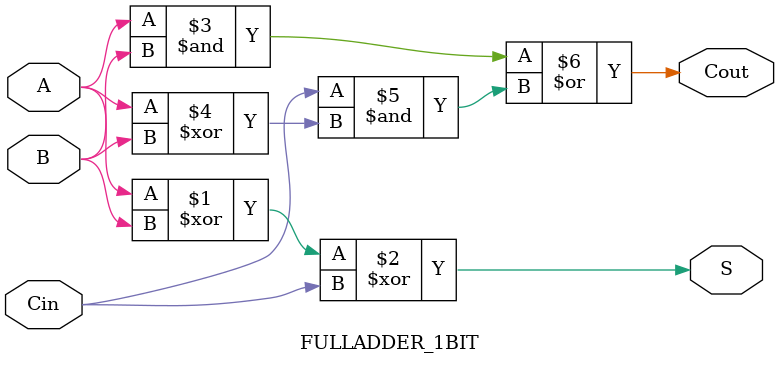
<source format=v>

module RIPPLEADD_64 (A, B, Cin, S, Cout);
input [63:0] A, B;
input Cin;
output [63:0] S;
output Cout;

wire [63:0] C;
assign C[0] = Cin;
genvar i;
generate
    for (i = 0; i < 63; i = i + 1) begin : full_adder
        FULLADDER_1BIT FA(
            .A(A[i]),
            .B(B[i]),
            .Cin(C[i]),
            .S(S[i]),
            .Cout(C[i+1])
        );
    end
endgenerate

assign Cout = C[63];
assign S[63] = C[63]; // Fixing the issue of undriven wire

endmodule
module FULLADDER_1BIT (A, B, Cin, S, Cout);
input A, B, Cin;
output S, Cout;

assign S = A ^ B ^ Cin;
assign Cout = (A & B) | (Cin & (A ^ B));

endmodule
</source>
